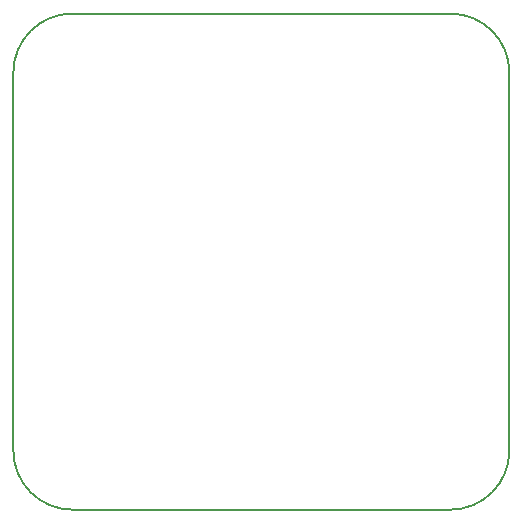
<source format=gbr>
G04 #@! TF.GenerationSoftware,KiCad,Pcbnew,(5.0.2)-1*
G04 #@! TF.CreationDate,2021-08-06T22:30:59+01:00*
G04 #@! TF.ProjectId,CN-BA3-03-03-kicad,434e2d42-4133-42d3-9033-2d30332d6b69,rev?*
G04 #@! TF.SameCoordinates,Original*
G04 #@! TF.FileFunction,Profile,NP*
%FSLAX46Y46*%
G04 Gerber Fmt 4.6, Leading zero omitted, Abs format (unit mm)*
G04 Created by KiCad (PCBNEW (5.0.2)-1) date 06/08/2021 22:30:59*
%MOMM*%
%LPD*%
G01*
G04 APERTURE LIST*
G04 #@! TA.AperFunction,NonConductor*
%ADD10C,0.150000*%
G04 #@! TD*
G04 APERTURE END LIST*
D10*
G04 #@! TO.C,*
X-16000000Y21000000D02*
X16000000Y21000000D01*
X16000000Y-21000000D02*
X-16000000Y-21000000D01*
X-21000000Y-16000000D02*
X-21000000Y16000000D01*
X21000000Y-16000000D02*
X21000000Y16000000D01*
X-21000000Y-16000000D02*
G75*
G03X-16000000Y-21000000I5000000J0D01*
G01*
X21000000Y-16000000D02*
G75*
G02X16000000Y-21000000I-5000000J0D01*
G01*
X-21000000Y16000000D02*
G75*
G02X-16000000Y21000000I5000000J0D01*
G01*
X21000000Y16000000D02*
G75*
G03X16000000Y21000000I-5000000J0D01*
G01*
G04 #@! TD*
M02*

</source>
